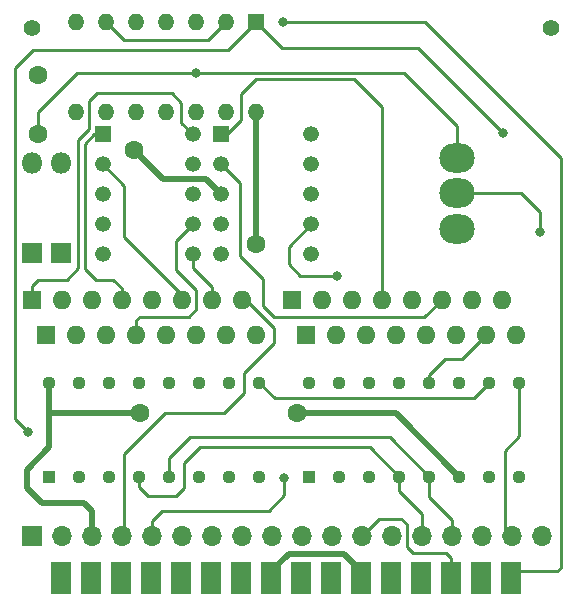
<source format=gbr>
%TF.GenerationSoftware,KiCad,Pcbnew,(5.1.12)-1*%
%TF.CreationDate,2023-06-15T15:48:18+02:00*%
%TF.ProjectId,cs3,6373332e-6b69-4636-9164-5f7063625858,rev?*%
%TF.SameCoordinates,Original*%
%TF.FileFunction,Copper,L2,Bot*%
%TF.FilePolarity,Positive*%
%FSLAX46Y46*%
G04 Gerber Fmt 4.6, Leading zero omitted, Abs format (unit mm)*
G04 Created by KiCad (PCBNEW (5.1.12)-1) date 2023-06-15 15:48:18*
%MOMM*%
%LPD*%
G01*
G04 APERTURE LIST*
%TA.AperFunction,ComponentPad*%
%ADD10C,1.400000*%
%TD*%
%TA.AperFunction,ComponentPad*%
%ADD11R,1.700000X2.800000*%
%TD*%
%TA.AperFunction,ComponentPad*%
%ADD12R,1.700000X1.700000*%
%TD*%
%TA.AperFunction,ComponentPad*%
%ADD13O,1.700000X1.700000*%
%TD*%
%TA.AperFunction,ComponentPad*%
%ADD14C,1.130000*%
%TD*%
%TA.AperFunction,ComponentPad*%
%ADD15R,1.130000X1.130000*%
%TD*%
%TA.AperFunction,ComponentPad*%
%ADD16O,1.600000X1.600000*%
%TD*%
%TA.AperFunction,ComponentPad*%
%ADD17R,1.600000X1.600000*%
%TD*%
%TA.AperFunction,ComponentPad*%
%ADD18R,1.800000X1.800000*%
%TD*%
%TA.AperFunction,ComponentPad*%
%ADD19O,1.800000X1.800000*%
%TD*%
%TA.AperFunction,ComponentPad*%
%ADD20C,1.600000*%
%TD*%
%TA.AperFunction,ComponentPad*%
%ADD21C,1.337000*%
%TD*%
%TA.AperFunction,ComponentPad*%
%ADD22R,1.337000X1.337000*%
%TD*%
%TA.AperFunction,ComponentPad*%
%ADD23R,1.400000X1.400000*%
%TD*%
%TA.AperFunction,ComponentPad*%
%ADD24O,1.400000X1.400000*%
%TD*%
%TA.AperFunction,ComponentPad*%
%ADD25O,3.000000X2.500000*%
%TD*%
%TA.AperFunction,ViaPad*%
%ADD26C,1.600000*%
%TD*%
%TA.AperFunction,ViaPad*%
%ADD27C,0.800000*%
%TD*%
%TA.AperFunction,Conductor*%
%ADD28C,0.500000*%
%TD*%
%TA.AperFunction,Conductor*%
%ADD29C,0.250000*%
%TD*%
G04 APERTURE END LIST*
D10*
%TO.P,REF\u002A\u002A,1*%
%TO.N,N/C*%
X160000000Y-76000000D03*
%TD*%
%TO.P,REF\u002A\u002A,1*%
%TO.N,N/C*%
X116000000Y-76000000D03*
%TD*%
D11*
%TO.P,J6,1*%
%TO.N,Net-(J6-Pad1)*%
X118500000Y-122550000D03*
%TO.P,J6,2*%
%TO.N,5V*%
X121040000Y-122550000D03*
%TO.P,J6,3*%
%TO.N,Net-(J6-Pad3)*%
X123580000Y-122550000D03*
%TO.P,J6,4*%
%TO.N,Net-(J6-Pad4)*%
X126120000Y-122550000D03*
%TO.P,J6,5*%
%TO.N,Net-(J5-Pad6)*%
X128660000Y-122550000D03*
%TO.P,J6,6*%
%TO.N,Net-(J5-Pad7)*%
X131200000Y-122550000D03*
%TO.P,J6,7*%
%TO.N,GND*%
X133740000Y-122550000D03*
%TO.P,J6,8*%
X136280000Y-122550000D03*
%TO.P,J6,9*%
%TO.N,Net-(J5-Pad10)*%
X138820000Y-122550000D03*
%TO.P,J6,10*%
%TO.N,Net-(J5-Pad11)*%
X141360000Y-122550000D03*
%TO.P,J6,11*%
%TO.N,GND*%
X143900000Y-122550000D03*
%TO.P,J6,12*%
X146440000Y-122550000D03*
%TO.P,J6,13*%
X148980000Y-122550000D03*
%TO.P,J6,14*%
%TO.N,Net-(J5-Pad12)*%
X151520000Y-122550000D03*
%TO.P,J6,15*%
%TO.N,Net-(J5-Pad13)*%
X154060000Y-122550000D03*
%TO.P,J6,16*%
%TO.N,Net-(J6-Pad16)*%
X156600000Y-122550000D03*
%TD*%
D12*
%TO.P,J5,1*%
%TO.N,Net-(J5-Pad1)*%
X116000000Y-119000000D03*
D13*
%TO.P,J5,2*%
%TO.N,Net-(J5-Pad2)*%
X118540000Y-119000000D03*
%TO.P,J5,3*%
%TO.N,5V*%
X121080000Y-119000000D03*
%TO.P,J5,4*%
%TO.N,Net-(J5-Pad4)*%
X123620000Y-119000000D03*
%TO.P,J5,5*%
%TO.N,Net-(J5-Pad5)*%
X126160000Y-119000000D03*
%TO.P,J5,6*%
%TO.N,Net-(J5-Pad6)*%
X128700000Y-119000000D03*
%TO.P,J5,7*%
%TO.N,Net-(J5-Pad7)*%
X131240000Y-119000000D03*
%TO.P,J5,8*%
%TO.N,GND*%
X133780000Y-119000000D03*
%TO.P,J5,9*%
X136320000Y-119000000D03*
%TO.P,J5,10*%
%TO.N,Net-(J5-Pad10)*%
X138860000Y-119000000D03*
%TO.P,J5,11*%
%TO.N,Net-(J5-Pad11)*%
X141400000Y-119000000D03*
%TO.P,J5,12*%
%TO.N,Net-(J5-Pad12)*%
X143940000Y-119000000D03*
%TO.P,J5,13*%
%TO.N,Net-(J5-Pad13)*%
X146480000Y-119000000D03*
%TO.P,J5,14*%
%TO.N,TOGGLE_EN*%
X149020000Y-119000000D03*
%TO.P,J5,15*%
%TO.N,RESET*%
X151560000Y-119000000D03*
%TO.P,J5,16*%
%TO.N,CLK_DWN*%
X154100000Y-119000000D03*
%TO.P,J5,17*%
%TO.N,CLK_UP*%
X156640000Y-119000000D03*
%TO.P,J5,18*%
%TO.N,Net-(J5-Pad18)*%
X159180000Y-119000000D03*
%TD*%
D14*
%TO.P,U5,16*%
%TO.N,5V*%
X139500000Y-106030000D03*
%TO.P,U5,15*%
%TO.N,B_U5*%
X142040000Y-106030000D03*
%TO.P,U5,14*%
%TO.N,C_U5*%
X144580000Y-106030000D03*
%TO.P,U5,13*%
%TO.N,D_U5*%
X147120000Y-106030000D03*
%TO.P,U5,12*%
%TO.N,E_U5*%
X149660000Y-106030000D03*
%TO.P,U5,11*%
%TO.N,Net-(U4-Pad7)*%
X152200000Y-106030000D03*
%TO.P,U5,10*%
%TO.N,Net-(U4-Pad9)*%
X154740000Y-106030000D03*
%TO.P,U5,9*%
%TO.N,CLK_UP*%
X157280000Y-106030000D03*
%TO.P,U5,8*%
%TO.N,GND*%
X157280000Y-113970000D03*
%TO.P,U5,7*%
%TO.N,CLK_DWN*%
X154740000Y-113970000D03*
%TO.P,U5,6*%
%TO.N,GND*%
X152200000Y-113970000D03*
%TO.P,U5,5*%
%TO.N,RESET*%
X149660000Y-113970000D03*
%TO.P,U5,4*%
%TO.N,TOGGLE_EN*%
X147120000Y-113970000D03*
%TO.P,U5,3*%
%TO.N,F_U5*%
X144580000Y-113970000D03*
%TO.P,U5,2*%
%TO.N,G_U5*%
X142040000Y-113970000D03*
D15*
%TO.P,U5,1*%
%TO.N,A_U5*%
X139500000Y-113970000D03*
%TD*%
%TO.P,U4,1*%
%TO.N,A_U4*%
X117500000Y-113970000D03*
D14*
%TO.P,U4,2*%
%TO.N,G_U4*%
X120040000Y-113970000D03*
%TO.P,U4,3*%
%TO.N,F_U4*%
X122580000Y-113970000D03*
%TO.P,U4,4*%
%TO.N,TOGGLE_EN*%
X125120000Y-113970000D03*
%TO.P,U4,5*%
%TO.N,RESET*%
X127660000Y-113970000D03*
%TO.P,U4,6*%
%TO.N,GND*%
X130200000Y-113970000D03*
%TO.P,U4,7*%
%TO.N,Net-(U4-Pad7)*%
X132740000Y-113970000D03*
%TO.P,U4,8*%
%TO.N,GND*%
X135280000Y-113970000D03*
%TO.P,U4,9*%
%TO.N,Net-(U4-Pad9)*%
X135280000Y-106030000D03*
%TO.P,U4,10*%
%TO.N,Net-(U4-Pad10)*%
X132740000Y-106030000D03*
%TO.P,U4,11*%
%TO.N,Net-(U4-Pad11)*%
X130200000Y-106030000D03*
%TO.P,U4,12*%
%TO.N,E_U4*%
X127660000Y-106030000D03*
%TO.P,U4,13*%
%TO.N,D_U4*%
X125120000Y-106030000D03*
%TO.P,U4,14*%
%TO.N,C_U4*%
X122580000Y-106030000D03*
%TO.P,U4,15*%
%TO.N,B_U4*%
X120040000Y-106030000D03*
%TO.P,U4,16*%
%TO.N,5V*%
X117500000Y-106030000D03*
%TD*%
D16*
%TO.P,RN4,8*%
%TO.N,Net-(DS2-Pad4)*%
X157030000Y-102000000D03*
%TO.P,RN4,7*%
%TO.N,E_U5*%
X154490000Y-102000000D03*
%TO.P,RN4,6*%
%TO.N,Net-(DS2-Pad5)*%
X151950000Y-102000000D03*
%TO.P,RN4,5*%
%TO.N,D_U5*%
X149410000Y-102000000D03*
%TO.P,RN4,4*%
%TO.N,Net-(DS2-Pad7)*%
X146870000Y-102000000D03*
%TO.P,RN4,3*%
%TO.N,C_U5*%
X144330000Y-102000000D03*
%TO.P,RN4,2*%
%TO.N,B_U5*%
X141790000Y-102000000D03*
D17*
%TO.P,RN4,1*%
%TO.N,Net-(DS2-Pad9)*%
X139250000Y-102000000D03*
%TD*%
D16*
%TO.P,RN2,8*%
%TO.N,Net-(DS1-Pad4)*%
X135030000Y-102000000D03*
%TO.P,RN2,7*%
%TO.N,E_U4*%
X132490000Y-102000000D03*
%TO.P,RN2,6*%
%TO.N,Net-(DS1-Pad5)*%
X129950000Y-102000000D03*
%TO.P,RN2,5*%
%TO.N,D_U4*%
X127410000Y-102000000D03*
%TO.P,RN2,4*%
%TO.N,Net-(DS1-Pad7)*%
X124870000Y-102000000D03*
%TO.P,RN2,3*%
%TO.N,C_U4*%
X122330000Y-102000000D03*
%TO.P,RN2,2*%
%TO.N,B_U4*%
X119790000Y-102000000D03*
D17*
%TO.P,RN2,1*%
%TO.N,Net-(DS1-Pad9)*%
X117250000Y-102000000D03*
%TD*%
%TO.P,RN3,1*%
%TO.N,Net-(DS2-Pad10)*%
X138000000Y-99000000D03*
D16*
%TO.P,RN3,2*%
%TO.N,A_U5*%
X140540000Y-99000000D03*
%TO.P,RN3,3*%
%TO.N,G_U5*%
X143080000Y-99000000D03*
%TO.P,RN3,4*%
%TO.N,Net-(DS2-Pad1)*%
X145620000Y-99000000D03*
%TO.P,RN3,5*%
%TO.N,F_U5*%
X148160000Y-99000000D03*
%TO.P,RN3,6*%
%TO.N,Net-(DS2-Pad2)*%
X150700000Y-99000000D03*
%TO.P,RN3,7*%
%TO.N,Net-(DS2-Pad6)*%
X153240000Y-99000000D03*
%TO.P,RN3,8*%
%TO.N,Net-(J5-Pad5)*%
X155780000Y-99000000D03*
%TD*%
D17*
%TO.P,RN1,1*%
%TO.N,Net-(DS1-Pad10)*%
X116000000Y-99000000D03*
D16*
%TO.P,RN1,2*%
%TO.N,A_U4*%
X118540000Y-99000000D03*
%TO.P,RN1,3*%
%TO.N,G_U4*%
X121080000Y-99000000D03*
%TO.P,RN1,4*%
%TO.N,Net-(DS1-Pad1)*%
X123620000Y-99000000D03*
%TO.P,RN1,5*%
%TO.N,F_U4*%
X126160000Y-99000000D03*
%TO.P,RN1,6*%
%TO.N,Net-(DS1-Pad2)*%
X128700000Y-99000000D03*
%TO.P,RN1,7*%
%TO.N,Net-(DS1-Pad6)*%
X131240000Y-99000000D03*
%TO.P,RN1,8*%
%TO.N,Net-(J5-Pad4)*%
X133780000Y-99000000D03*
%TD*%
D18*
%TO.P,D2,1*%
%TO.N,GND*%
X118500000Y-95000000D03*
D19*
%TO.P,D2,2*%
%TO.N,Net-(D2-Pad2)*%
X118500000Y-87380000D03*
%TD*%
%TO.P,D1,2*%
%TO.N,Net-(D1-Pad2)*%
X116000000Y-87380000D03*
D18*
%TO.P,D1,1*%
%TO.N,GND*%
X116000000Y-95000000D03*
%TD*%
D20*
%TO.P,C3,1*%
%TO.N,GND*%
X116500000Y-80000000D03*
%TO.P,C3,2*%
%TO.N,Net-(C3-Pad2)*%
X116500000Y-85000000D03*
%TD*%
D21*
%TO.P,DS2,10*%
%TO.N,Net-(DS2-Pad10)*%
X139620000Y-85000000D03*
%TO.P,DS2,9*%
%TO.N,Net-(DS2-Pad9)*%
X139620000Y-87540000D03*
%TO.P,DS2,8*%
%TO.N,Net-(DS2-Pad8)*%
X139620000Y-90080000D03*
%TO.P,DS2,7*%
%TO.N,Net-(DS2-Pad7)*%
X139620000Y-92620000D03*
%TO.P,DS2,6*%
%TO.N,Net-(DS2-Pad6)*%
X139620000Y-95160000D03*
%TO.P,DS2,5*%
%TO.N,Net-(DS2-Pad5)*%
X132000000Y-95160000D03*
%TO.P,DS2,4*%
%TO.N,Net-(DS2-Pad4)*%
X132000000Y-92620000D03*
%TO.P,DS2,3*%
%TO.N,Net-(D2-Pad2)*%
X132000000Y-90080000D03*
%TO.P,DS2,2*%
%TO.N,Net-(DS2-Pad2)*%
X132000000Y-87540000D03*
D22*
%TO.P,DS2,1*%
%TO.N,Net-(DS2-Pad1)*%
X132000000Y-85000000D03*
%TD*%
%TO.P,DS1,1*%
%TO.N,Net-(DS1-Pad1)*%
X122000000Y-85000000D03*
D21*
%TO.P,DS1,2*%
%TO.N,Net-(DS1-Pad2)*%
X122000000Y-87540000D03*
%TO.P,DS1,3*%
%TO.N,Net-(D1-Pad2)*%
X122000000Y-90080000D03*
%TO.P,DS1,4*%
%TO.N,Net-(DS1-Pad4)*%
X122000000Y-92620000D03*
%TO.P,DS1,5*%
%TO.N,Net-(DS1-Pad5)*%
X122000000Y-95160000D03*
%TO.P,DS1,6*%
%TO.N,Net-(DS1-Pad6)*%
X129620000Y-95160000D03*
%TO.P,DS1,7*%
%TO.N,Net-(DS1-Pad7)*%
X129620000Y-92620000D03*
%TO.P,DS1,8*%
%TO.N,Net-(DS1-Pad8)*%
X129620000Y-90080000D03*
%TO.P,DS1,9*%
%TO.N,Net-(DS1-Pad9)*%
X129620000Y-87540000D03*
%TO.P,DS1,10*%
%TO.N,Net-(DS1-Pad10)*%
X129620000Y-85000000D03*
%TD*%
D23*
%TO.P,U3,1*%
%TO.N,Net-(J5-Pad6)*%
X135000000Y-75500000D03*
D24*
%TO.P,U3,8*%
%TO.N,N/C*%
X119760000Y-83120000D03*
%TO.P,U3,2*%
%TO.N,Net-(U3-Pad2)*%
X132460000Y-75500000D03*
%TO.P,U3,9*%
%TO.N,N/C*%
X122300000Y-83120000D03*
%TO.P,U3,3*%
%TO.N,Net-(C3-Pad2)*%
X129920000Y-75500000D03*
%TO.P,U3,10*%
%TO.N,N/C*%
X124840000Y-83120000D03*
%TO.P,U3,4*%
%TO.N,Net-(J6-Pad16)*%
X127380000Y-75500000D03*
%TO.P,U3,11*%
%TO.N,N/C*%
X127380000Y-83120000D03*
%TO.P,U3,5*%
%TO.N,Net-(J6-Pad16)*%
X124840000Y-75500000D03*
%TO.P,U3,12*%
%TO.N,N/C*%
X129920000Y-83120000D03*
%TO.P,U3,6*%
%TO.N,Net-(U3-Pad2)*%
X122300000Y-75500000D03*
%TO.P,U3,13*%
%TO.N,N/C*%
X132460000Y-83120000D03*
%TO.P,U3,7*%
%TO.N,GND*%
X119760000Y-75500000D03*
%TO.P,U3,14*%
%TO.N,5V*%
X135000000Y-83120000D03*
%TD*%
D25*
%TO.P,SW1,1*%
%TO.N,Net-(C3-Pad2)*%
X152000000Y-87000000D03*
%TO.P,SW1,2*%
%TO.N,Net-(J5-Pad18)*%
X152000000Y-90000000D03*
%TO.P,SW1,3*%
%TO.N,Net-(J5-Pad6)*%
X152000000Y-93000000D03*
%TD*%
D26*
%TO.N,GND*%
X138500000Y-108599990D03*
D27*
%TO.N,Net-(C3-Pad2)*%
X129900000Y-79800000D03*
D26*
%TO.N,Net-(D2-Pad2)*%
X124650000Y-86300000D03*
D27*
%TO.N,Net-(DS2-Pad7)*%
X141850000Y-96950000D03*
D26*
%TO.N,5V*%
X135000000Y-94300000D03*
X125200000Y-108600000D03*
D27*
%TO.N,Net-(J5-Pad5)*%
X137400000Y-114100000D03*
%TO.N,Net-(J5-Pad6)*%
X155900000Y-84900000D03*
X115700000Y-110200000D03*
%TO.N,Net-(J5-Pad18)*%
X159050000Y-93250000D03*
%TO.N,Net-(J6-Pad16)*%
X137300000Y-75500000D03*
%TD*%
D28*
%TO.N,GND*%
X152200000Y-113970000D02*
X146829990Y-108599990D01*
X146829990Y-108599990D02*
X138500000Y-108599990D01*
X143900000Y-122000000D02*
X142400000Y-120500000D01*
X137780000Y-120500000D02*
X136280000Y-122000000D01*
X142400000Y-120500000D02*
X137780000Y-120500000D01*
D29*
%TO.N,Net-(C3-Pad2)*%
X129900000Y-79800000D02*
X119800000Y-79800000D01*
X116500000Y-83100000D02*
X116500000Y-85000000D01*
X119800000Y-79800000D02*
X116500000Y-83100000D01*
X129900000Y-79800000D02*
X147500000Y-79800000D01*
X152000000Y-84300000D02*
X152000000Y-87000000D01*
X147500000Y-79800000D02*
X152000000Y-84300000D01*
D28*
%TO.N,Net-(D2-Pad2)*%
X130720000Y-88800000D02*
X132000000Y-90080000D01*
X127150000Y-88800000D02*
X130720000Y-88800000D01*
X124650000Y-86300000D02*
X127150000Y-88800000D01*
D29*
%TO.N,Net-(DS1-Pad1)*%
X123620000Y-98020000D02*
X123620000Y-99000000D01*
X122900000Y-97300000D02*
X123620000Y-98020000D01*
X121400000Y-97300000D02*
X122900000Y-97300000D01*
X120500000Y-85800000D02*
X120500000Y-96400000D01*
X120500000Y-96400000D02*
X121400000Y-97300000D01*
X121300000Y-85000000D02*
X120500000Y-85800000D01*
X122000000Y-85000000D02*
X121300000Y-85000000D01*
%TO.N,Net-(DS1-Pad2)*%
X123800000Y-93700000D02*
X128700000Y-98600000D01*
X128700000Y-98600000D02*
X128700000Y-99000000D01*
X123800000Y-89340000D02*
X123800000Y-93700000D01*
X122000000Y-87540000D02*
X123800000Y-89340000D01*
%TO.N,Net-(DS1-Pad6)*%
X131240000Y-97890000D02*
X131240000Y-99000000D01*
X129620000Y-96270000D02*
X131240000Y-97890000D01*
X129620000Y-95160000D02*
X129620000Y-96270000D01*
%TO.N,Net-(DS1-Pad7)*%
X124870000Y-100730000D02*
X124870000Y-102000000D01*
X129300000Y-100450000D02*
X125150000Y-100450000D01*
X129950000Y-99800000D02*
X129300000Y-100450000D01*
X129950000Y-98200000D02*
X129950000Y-99800000D01*
X125150000Y-100450000D02*
X124870000Y-100730000D01*
X128250000Y-96500000D02*
X129950000Y-98200000D01*
X128250000Y-93990000D02*
X128250000Y-96500000D01*
X129620000Y-92620000D02*
X128250000Y-93990000D01*
%TO.N,Net-(DS1-Pad10)*%
X129620000Y-85000000D02*
X128650000Y-84030000D01*
X128650000Y-84030000D02*
X128650000Y-82300000D01*
X128650000Y-82300000D02*
X127850000Y-81500000D01*
X127850000Y-81500000D02*
X121500000Y-81500000D01*
X121500000Y-81500000D02*
X120850000Y-82150000D01*
X120850000Y-82150000D02*
X120850000Y-84500000D01*
X120850000Y-84500000D02*
X119900000Y-85450000D01*
X119900000Y-85450000D02*
X119900000Y-96350000D01*
X119900000Y-96350000D02*
X118950000Y-97300000D01*
X118950000Y-97300000D02*
X116550000Y-97300000D01*
X116000000Y-97850000D02*
X116000000Y-99000000D01*
X116550000Y-97300000D02*
X116000000Y-97850000D01*
%TO.N,Net-(DS2-Pad7)*%
X138700000Y-96950000D02*
X141850000Y-96950000D01*
X137750000Y-96000000D02*
X138700000Y-96950000D01*
X137750000Y-94490000D02*
X137750000Y-96000000D01*
X139620000Y-92620000D02*
X137750000Y-94490000D01*
%TO.N,Net-(DS2-Pad2)*%
X149250000Y-100450000D02*
X150700000Y-99000000D01*
X135600000Y-99550000D02*
X136500000Y-100450000D01*
X136500000Y-100450000D02*
X149250000Y-100450000D01*
X135600000Y-97250000D02*
X135600000Y-99550000D01*
X133600000Y-95250000D02*
X135600000Y-97250000D01*
X133600000Y-89140000D02*
X133600000Y-95250000D01*
X132000000Y-87540000D02*
X133600000Y-89140000D01*
%TO.N,Net-(DS2-Pad1)*%
X145620000Y-82670000D02*
X145620000Y-99000000D01*
X143250000Y-80300000D02*
X145620000Y-82670000D01*
X135000000Y-80300000D02*
X143250000Y-80300000D01*
X133750000Y-81550000D02*
X135000000Y-80300000D01*
X133750000Y-83800000D02*
X133750000Y-81550000D01*
X132550000Y-85000000D02*
X133750000Y-83800000D01*
X132000000Y-85000000D02*
X132550000Y-85000000D01*
D28*
%TO.N,5V*%
X135000000Y-94300000D02*
X135000000Y-94400000D01*
X120400000Y-116200000D02*
X121080000Y-116880000D01*
X116900000Y-116200000D02*
X120400000Y-116200000D01*
X115600000Y-114900000D02*
X116900000Y-116200000D01*
X115600000Y-113400000D02*
X115600000Y-114900000D01*
X121080000Y-116880000D02*
X121080000Y-119000000D01*
X117500000Y-111500000D02*
X115600000Y-113400000D01*
X117500000Y-106030000D02*
X117500000Y-111500000D01*
X135000000Y-94300000D02*
X135000000Y-83120000D01*
X125200000Y-108600000D02*
X117650000Y-108600000D01*
D29*
%TO.N,Net-(J5-Pad4)*%
X123850000Y-118770000D02*
X123620000Y-119000000D01*
X123850000Y-112050000D02*
X123850000Y-118770000D01*
X132250000Y-108600000D02*
X127300000Y-108600000D01*
X134000000Y-106850000D02*
X132250000Y-108600000D01*
X127300000Y-108600000D02*
X123850000Y-112050000D01*
X134000000Y-105200000D02*
X134000000Y-106850000D01*
X136500000Y-102700000D02*
X134000000Y-105200000D01*
X136500000Y-101400000D02*
X136500000Y-102700000D01*
X134100000Y-99000000D02*
X136500000Y-101400000D01*
X133780000Y-99000000D02*
X134100000Y-99000000D01*
%TO.N,Net-(J5-Pad5)*%
X137400000Y-114100000D02*
X137400000Y-115550000D01*
X137400000Y-115550000D02*
X136050000Y-116900000D01*
X136050000Y-116900000D02*
X127000000Y-116900000D01*
X126160000Y-117740000D02*
X126160000Y-119000000D01*
X127000000Y-116900000D02*
X126160000Y-117740000D01*
%TO.N,Net-(J5-Pad6)*%
X135000000Y-75500000D02*
X137200000Y-77700000D01*
X137200000Y-77700000D02*
X148700000Y-77700000D01*
X148700000Y-77700000D02*
X155900000Y-84900000D01*
X116100000Y-77850000D02*
X114600000Y-79350000D01*
X114600000Y-109100000D02*
X115700000Y-110200000D01*
X132650000Y-77850000D02*
X116100000Y-77850000D01*
X114600000Y-79350000D02*
X114600000Y-109100000D01*
X135000000Y-75500000D02*
X132650000Y-77850000D01*
%TO.N,Net-(J5-Pad12)*%
X151520000Y-120870000D02*
X151520000Y-122000000D01*
X151100000Y-120450000D02*
X151520000Y-120870000D01*
X148250000Y-120450000D02*
X151100000Y-120450000D01*
X147750000Y-118000000D02*
X147750000Y-119950000D01*
X147300000Y-117550000D02*
X147750000Y-118000000D01*
X145390000Y-117550000D02*
X147300000Y-117550000D01*
X147750000Y-119950000D02*
X148250000Y-120450000D01*
X143940000Y-119000000D02*
X145390000Y-117550000D01*
%TO.N,TOGGLE_EN*%
X147120000Y-113970000D02*
X147120000Y-115220000D01*
X149020000Y-117120000D02*
X149020000Y-119000000D01*
X147120000Y-115220000D02*
X149020000Y-117120000D01*
X125120000Y-114870000D02*
X125120000Y-113970000D01*
X128200000Y-115600000D02*
X125850000Y-115600000D01*
X128900000Y-114900000D02*
X128200000Y-115600000D01*
X128900000Y-112850000D02*
X128900000Y-114900000D01*
X130250000Y-111500000D02*
X128900000Y-112850000D01*
X125850000Y-115600000D02*
X125120000Y-114870000D01*
X144650000Y-111500000D02*
X130250000Y-111500000D01*
X147120000Y-113970000D02*
X144650000Y-111500000D01*
%TO.N,RESET*%
X149660000Y-113970000D02*
X149660000Y-115710000D01*
X151560000Y-117610000D02*
X151560000Y-119000000D01*
X149660000Y-115710000D02*
X151560000Y-117610000D01*
X149660000Y-113970000D02*
X146340000Y-110650000D01*
X146340000Y-110650000D02*
X129400000Y-110650000D01*
X127660000Y-112390000D02*
X127660000Y-113970000D01*
X129400000Y-110650000D02*
X127660000Y-112390000D01*
%TO.N,CLK_UP*%
X156050000Y-118410000D02*
X156640000Y-119000000D01*
X156050000Y-111800000D02*
X156050000Y-118410000D01*
X157280000Y-110570000D02*
X156050000Y-111800000D01*
X157280000Y-106030000D02*
X157280000Y-110570000D01*
%TO.N,Net-(J5-Pad18)*%
X157450000Y-90000000D02*
X152000000Y-90000000D01*
X159050000Y-91600000D02*
X157450000Y-90000000D01*
X159050000Y-93250000D02*
X159050000Y-91600000D01*
%TO.N,Net-(J6-Pad16)*%
X160500000Y-122000000D02*
X156600000Y-122000000D01*
X160800000Y-121700000D02*
X160500000Y-122000000D01*
X149300000Y-75500000D02*
X160800000Y-87000000D01*
X160800000Y-87000000D02*
X160800000Y-121700000D01*
X137300000Y-75500000D02*
X149300000Y-75500000D01*
%TO.N,E_U5*%
X149660000Y-105365000D02*
X149660000Y-106030000D01*
X150975000Y-104050000D02*
X149660000Y-105365000D01*
X152440000Y-104050000D02*
X150975000Y-104050000D01*
X154490000Y-102000000D02*
X152440000Y-104050000D01*
%TO.N,Net-(U3-Pad2)*%
X130960000Y-77000000D02*
X132460000Y-75500000D01*
X123800000Y-77000000D02*
X130960000Y-77000000D01*
X122300000Y-75500000D02*
X123800000Y-77000000D01*
%TO.N,Net-(U4-Pad9)*%
X136600000Y-107350000D02*
X135280000Y-106030000D01*
X153420000Y-107350000D02*
X136600000Y-107350000D01*
X154740000Y-106030000D02*
X153420000Y-107350000D01*
%TD*%
M02*

</source>
